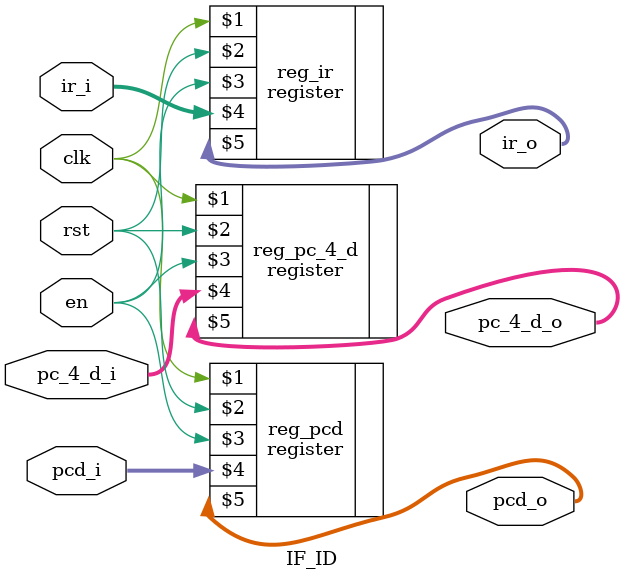
<source format=v>
`timescale 1ns / 1ps

module IF_ID(
           input clk, rst, en,
           input [31:0] pc_4_d_i,
           output [31:0] pc_4_d_o,
           input [31:0] pcd_i,
           output [31:0] pcd_o,
           input [31:0] ir_i,
           output [31:0] ir_o
       );

register #(32) reg_pc_4_d(clk, rst, en, pc_4_d_i, pc_4_d_o);
register #(32) reg_pcd(clk, rst, en, pcd_i, pcd_o);
register #(32) reg_ir(clk, rst, en, ir_i, ir_o);

endmodule

</source>
